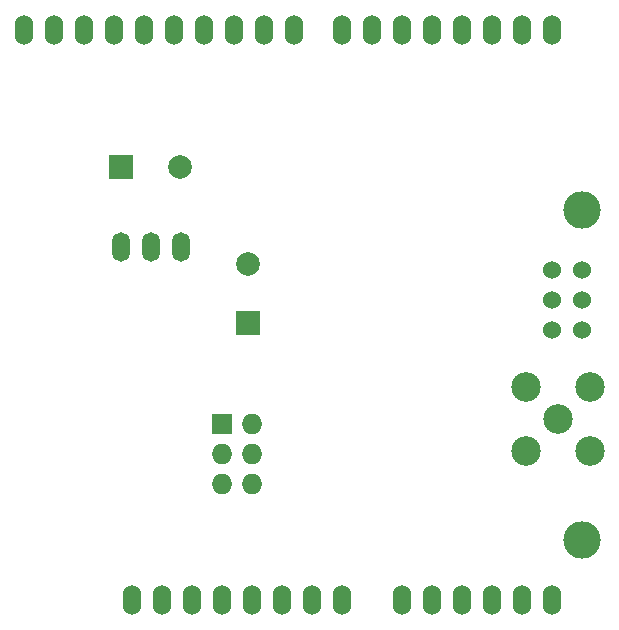
<source format=gts>
G04 #@! TF.FileFunction,Soldermask,Top*
%FSLAX46Y46*%
G04 Gerber Fmt 4.6, Leading zero omitted, Abs format (unit mm)*
G04 Created by KiCad (PCBNEW 4.0.2-4+6225~38~ubuntu15.10.1-stable) date vie 19 feb 2016 01:19:40 CLT*
%MOMM*%
G01*
G04 APERTURE LIST*
%ADD10C,0.150000*%
%ADD11O,1.524000X2.540000*%
%ADD12C,3.175000*%
%ADD13C,1.524000*%
%ADD14C,2.500000*%
%ADD15O,1.501140X2.499360*%
%ADD16R,1.727200X1.727200*%
%ADD17O,1.727200X1.727200*%
%ADD18R,2.000000X2.000000*%
%ADD19C,2.000000*%
G04 APERTURE END LIST*
D10*
D11*
X82080100Y-82092800D03*
X79540100Y-82092800D03*
X77000100Y-82092800D03*
X69380100Y-82092800D03*
X71920100Y-82092800D03*
X74460100Y-82092800D03*
X64300100Y-82092800D03*
X61760100Y-82092800D03*
X59220100Y-82092800D03*
X54140100Y-82092800D03*
X51600100Y-82092800D03*
X82080100Y-33832800D03*
X79540100Y-33832800D03*
X77000100Y-33832800D03*
X74460100Y-33832800D03*
X71920100Y-33832800D03*
X69380100Y-33832800D03*
X66840100Y-33832800D03*
X64300100Y-33832800D03*
X60236100Y-33832800D03*
X57696100Y-33832800D03*
X55156100Y-33832800D03*
X52616100Y-33832800D03*
X50076100Y-33832800D03*
X47536100Y-33832800D03*
X44996100Y-33832800D03*
X42456100Y-33832800D03*
X56680100Y-82092800D03*
D12*
X84620100Y-77012800D03*
X84620100Y-49072800D03*
D11*
X39916100Y-33832800D03*
X37376100Y-33832800D03*
X49060100Y-82092800D03*
X46520100Y-82092800D03*
D13*
X82080100Y-54152800D03*
X84620100Y-54152800D03*
X82080100Y-56692800D03*
X84620100Y-56692800D03*
X82080100Y-59232800D03*
X84620100Y-59232800D03*
D14*
X85300800Y-69438500D03*
X85300800Y-64038500D03*
X79900800Y-69438500D03*
X79900800Y-64038500D03*
X82600800Y-66738500D03*
D15*
X48171100Y-52197000D03*
X45631100Y-52197000D03*
X50711100Y-52197000D03*
D16*
X54140100Y-67221100D03*
D17*
X56680100Y-67221100D03*
X54140100Y-69761100D03*
X56680100Y-69761100D03*
X54140100Y-72301100D03*
X56680100Y-72301100D03*
D18*
X45631100Y-45427900D03*
D19*
X50631100Y-45427900D03*
D18*
X56324500Y-58674000D03*
D19*
X56324500Y-53674000D03*
M02*

</source>
